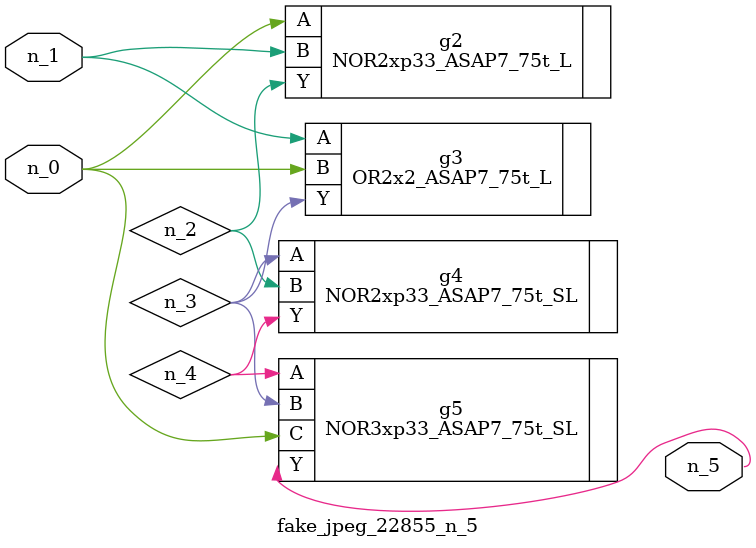
<source format=v>
module fake_jpeg_22855_n_5 (n_0, n_1, n_5);

input n_0;
input n_1;

output n_5;

wire n_2;
wire n_3;
wire n_4;

NOR2xp33_ASAP7_75t_L g2 ( 
.A(n_0),
.B(n_1),
.Y(n_2)
);

OR2x2_ASAP7_75t_L g3 ( 
.A(n_1),
.B(n_0),
.Y(n_3)
);

NOR2xp33_ASAP7_75t_SL g4 ( 
.A(n_3),
.B(n_2),
.Y(n_4)
);

NOR3xp33_ASAP7_75t_SL g5 ( 
.A(n_4),
.B(n_3),
.C(n_0),
.Y(n_5)
);


endmodule
</source>
